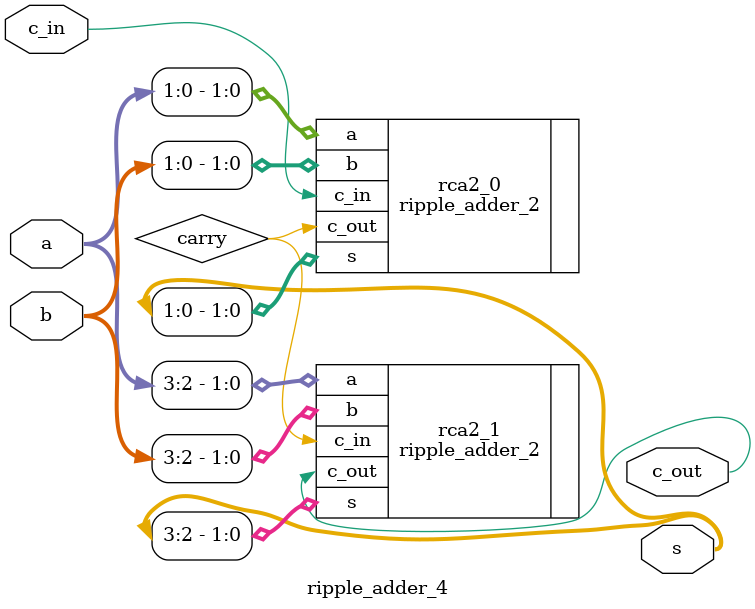
<source format=v>

module ripple_adder_4(
	input [3:0]a, b,
	input c_in,
	output [3:0] s,
	output c_out);
	
	wire carry;
	
	ripple_adder_2 rca2_0(
		.a(a[1:0]),
		.b(b[1:0]),
		.c_in(c_in),
		.s(s[1:0]),
		.c_out(carry)
	);
	
	ripple_adder_2 rca2_1(
		.a(a[3:2]),
		.b(b[3:2]),
		.c_in(carry),
		.s(s[3:2]),
		.c_out(c_out)
	);
	
endmodule
</source>
